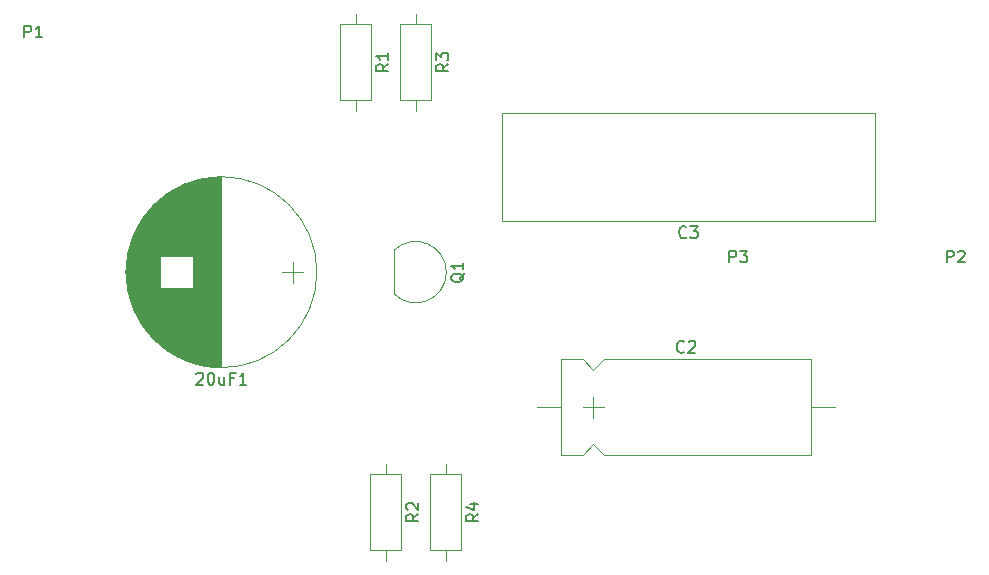
<source format=gbr>
G04 #@! TF.FileFunction,Legend,Top*
%FSLAX46Y46*%
G04 Gerber Fmt 4.6, Leading zero omitted, Abs format (unit mm)*
G04 Created by KiCad (PCBNEW 4.0.5) date 05/18/17 11:13:03*
%MOMM*%
%LPD*%
G01*
G04 APERTURE LIST*
%ADD10C,0.100000*%
%ADD11C,0.120000*%
%ADD12C,0.150000*%
G04 APERTURE END LIST*
D10*
D11*
X160710000Y-104880000D02*
X160710000Y-108480000D01*
X160721522Y-104841522D02*
G75*
G02X165160000Y-106680000I1838478J-1838478D01*
G01*
X160721522Y-108518478D02*
G75*
G03X165160000Y-106680000I1838478J1838478D01*
G01*
X154200000Y-106680000D02*
G75*
G03X154200000Y-106680000I-8090000J0D01*
G01*
X146110000Y-114731000D02*
X146110000Y-98629000D01*
X146070000Y-114730000D02*
X146070000Y-98630000D01*
X146030000Y-114730000D02*
X146030000Y-98630000D01*
X145990000Y-114730000D02*
X145990000Y-98630000D01*
X145950000Y-114729000D02*
X145950000Y-98631000D01*
X145910000Y-114728000D02*
X145910000Y-98632000D01*
X145870000Y-114727000D02*
X145870000Y-98633000D01*
X145830000Y-114726000D02*
X145830000Y-98634000D01*
X145790000Y-114724000D02*
X145790000Y-98636000D01*
X145750000Y-114722000D02*
X145750000Y-98638000D01*
X145710000Y-114721000D02*
X145710000Y-98639000D01*
X145670000Y-114719000D02*
X145670000Y-98641000D01*
X145630000Y-114716000D02*
X145630000Y-98644000D01*
X145590000Y-114714000D02*
X145590000Y-98646000D01*
X145550000Y-114711000D02*
X145550000Y-98649000D01*
X145510000Y-114708000D02*
X145510000Y-98652000D01*
X145470000Y-114705000D02*
X145470000Y-98655000D01*
X145430000Y-114702000D02*
X145430000Y-98658000D01*
X145389000Y-114698000D02*
X145389000Y-98662000D01*
X145349000Y-114695000D02*
X145349000Y-98665000D01*
X145309000Y-114691000D02*
X145309000Y-98669000D01*
X145269000Y-114687000D02*
X145269000Y-98673000D01*
X145229000Y-114682000D02*
X145229000Y-98678000D01*
X145189000Y-114678000D02*
X145189000Y-98682000D01*
X145149000Y-114673000D02*
X145149000Y-98687000D01*
X145109000Y-114668000D02*
X145109000Y-98692000D01*
X145069000Y-114663000D02*
X145069000Y-98697000D01*
X145029000Y-114658000D02*
X145029000Y-98702000D01*
X144989000Y-114653000D02*
X144989000Y-98707000D01*
X144949000Y-114647000D02*
X144949000Y-98713000D01*
X144909000Y-114641000D02*
X144909000Y-98719000D01*
X144869000Y-114635000D02*
X144869000Y-98725000D01*
X144829000Y-114629000D02*
X144829000Y-98731000D01*
X144789000Y-114622000D02*
X144789000Y-98738000D01*
X144749000Y-114615000D02*
X144749000Y-98745000D01*
X144709000Y-114608000D02*
X144709000Y-98752000D01*
X144669000Y-114601000D02*
X144669000Y-98759000D01*
X144629000Y-114594000D02*
X144629000Y-98766000D01*
X144589000Y-114586000D02*
X144589000Y-98774000D01*
X144549000Y-114579000D02*
X144549000Y-98781000D01*
X144509000Y-114571000D02*
X144509000Y-98789000D01*
X144469000Y-114563000D02*
X144469000Y-98797000D01*
X144429000Y-114554000D02*
X144429000Y-98806000D01*
X144389000Y-114546000D02*
X144389000Y-98814000D01*
X144349000Y-114537000D02*
X144349000Y-98823000D01*
X144309000Y-114528000D02*
X144309000Y-98832000D01*
X144269000Y-114518000D02*
X144269000Y-98842000D01*
X144229000Y-114509000D02*
X144229000Y-98851000D01*
X144189000Y-114499000D02*
X144189000Y-98861000D01*
X144149000Y-114489000D02*
X144149000Y-98871000D01*
X144109000Y-114479000D02*
X144109000Y-98881000D01*
X144069000Y-114469000D02*
X144069000Y-98891000D01*
X144029000Y-114459000D02*
X144029000Y-98901000D01*
X143989000Y-114448000D02*
X143989000Y-98912000D01*
X143949000Y-114437000D02*
X143949000Y-98923000D01*
X143909000Y-114426000D02*
X143909000Y-98934000D01*
X143869000Y-114414000D02*
X143869000Y-98946000D01*
X143829000Y-114403000D02*
X143829000Y-98957000D01*
X143789000Y-114391000D02*
X143789000Y-98969000D01*
X143749000Y-114379000D02*
X143749000Y-98981000D01*
X143709000Y-114366000D02*
X143709000Y-108060000D01*
X143709000Y-105300000D02*
X143709000Y-98994000D01*
X143669000Y-114354000D02*
X143669000Y-108060000D01*
X143669000Y-105300000D02*
X143669000Y-99006000D01*
X143629000Y-114341000D02*
X143629000Y-108060000D01*
X143629000Y-105300000D02*
X143629000Y-99019000D01*
X143589000Y-114328000D02*
X143589000Y-108060000D01*
X143589000Y-105300000D02*
X143589000Y-99032000D01*
X143549000Y-114315000D02*
X143549000Y-108060000D01*
X143549000Y-105300000D02*
X143549000Y-99045000D01*
X143509000Y-114301000D02*
X143509000Y-108060000D01*
X143509000Y-105300000D02*
X143509000Y-99059000D01*
X143469000Y-114288000D02*
X143469000Y-108060000D01*
X143469000Y-105300000D02*
X143469000Y-99072000D01*
X143429000Y-114274000D02*
X143429000Y-108060000D01*
X143429000Y-105300000D02*
X143429000Y-99086000D01*
X143389000Y-114260000D02*
X143389000Y-108060000D01*
X143389000Y-105300000D02*
X143389000Y-99100000D01*
X143349000Y-114245000D02*
X143349000Y-108060000D01*
X143349000Y-105300000D02*
X143349000Y-99115000D01*
X143309000Y-114230000D02*
X143309000Y-108060000D01*
X143309000Y-105300000D02*
X143309000Y-99130000D01*
X143269000Y-114216000D02*
X143269000Y-108060000D01*
X143269000Y-105300000D02*
X143269000Y-99144000D01*
X143229000Y-114201000D02*
X143229000Y-108060000D01*
X143229000Y-105300000D02*
X143229000Y-99159000D01*
X143189000Y-114185000D02*
X143189000Y-108060000D01*
X143189000Y-105300000D02*
X143189000Y-99175000D01*
X143149000Y-114170000D02*
X143149000Y-108060000D01*
X143149000Y-105300000D02*
X143149000Y-99190000D01*
X143109000Y-114154000D02*
X143109000Y-108060000D01*
X143109000Y-105300000D02*
X143109000Y-99206000D01*
X143069000Y-114138000D02*
X143069000Y-108060000D01*
X143069000Y-105300000D02*
X143069000Y-99222000D01*
X143029000Y-114121000D02*
X143029000Y-108060000D01*
X143029000Y-105300000D02*
X143029000Y-99239000D01*
X142989000Y-114105000D02*
X142989000Y-108060000D01*
X142989000Y-105300000D02*
X142989000Y-99255000D01*
X142949000Y-114088000D02*
X142949000Y-108060000D01*
X142949000Y-105300000D02*
X142949000Y-99272000D01*
X142909000Y-114071000D02*
X142909000Y-108060000D01*
X142909000Y-105300000D02*
X142909000Y-99289000D01*
X142869000Y-114053000D02*
X142869000Y-108060000D01*
X142869000Y-105300000D02*
X142869000Y-99307000D01*
X142829000Y-114036000D02*
X142829000Y-108060000D01*
X142829000Y-105300000D02*
X142829000Y-99324000D01*
X142789000Y-114018000D02*
X142789000Y-108060000D01*
X142789000Y-105300000D02*
X142789000Y-99342000D01*
X142749000Y-114000000D02*
X142749000Y-108060000D01*
X142749000Y-105300000D02*
X142749000Y-99360000D01*
X142709000Y-113981000D02*
X142709000Y-108060000D01*
X142709000Y-105300000D02*
X142709000Y-99379000D01*
X142669000Y-113963000D02*
X142669000Y-108060000D01*
X142669000Y-105300000D02*
X142669000Y-99397000D01*
X142629000Y-113944000D02*
X142629000Y-108060000D01*
X142629000Y-105300000D02*
X142629000Y-99416000D01*
X142589000Y-113925000D02*
X142589000Y-108060000D01*
X142589000Y-105300000D02*
X142589000Y-99435000D01*
X142549000Y-113905000D02*
X142549000Y-108060000D01*
X142549000Y-105300000D02*
X142549000Y-99455000D01*
X142509000Y-113885000D02*
X142509000Y-108060000D01*
X142509000Y-105300000D02*
X142509000Y-99475000D01*
X142469000Y-113865000D02*
X142469000Y-108060000D01*
X142469000Y-105300000D02*
X142469000Y-99495000D01*
X142429000Y-113845000D02*
X142429000Y-108060000D01*
X142429000Y-105300000D02*
X142429000Y-99515000D01*
X142389000Y-113824000D02*
X142389000Y-108060000D01*
X142389000Y-105300000D02*
X142389000Y-99536000D01*
X142349000Y-113804000D02*
X142349000Y-108060000D01*
X142349000Y-105300000D02*
X142349000Y-99556000D01*
X142309000Y-113782000D02*
X142309000Y-108060000D01*
X142309000Y-105300000D02*
X142309000Y-99578000D01*
X142269000Y-113761000D02*
X142269000Y-108060000D01*
X142269000Y-105300000D02*
X142269000Y-99599000D01*
X142229000Y-113739000D02*
X142229000Y-108060000D01*
X142229000Y-105300000D02*
X142229000Y-99621000D01*
X142189000Y-113717000D02*
X142189000Y-108060000D01*
X142189000Y-105300000D02*
X142189000Y-99643000D01*
X142149000Y-113695000D02*
X142149000Y-108060000D01*
X142149000Y-105300000D02*
X142149000Y-99665000D01*
X142109000Y-113672000D02*
X142109000Y-108060000D01*
X142109000Y-105300000D02*
X142109000Y-99688000D01*
X142069000Y-113650000D02*
X142069000Y-108060000D01*
X142069000Y-105300000D02*
X142069000Y-99710000D01*
X142029000Y-113626000D02*
X142029000Y-108060000D01*
X142029000Y-105300000D02*
X142029000Y-99734000D01*
X141989000Y-113603000D02*
X141989000Y-108060000D01*
X141989000Y-105300000D02*
X141989000Y-99757000D01*
X141949000Y-113579000D02*
X141949000Y-108060000D01*
X141949000Y-105300000D02*
X141949000Y-99781000D01*
X141909000Y-113555000D02*
X141909000Y-108060000D01*
X141909000Y-105300000D02*
X141909000Y-99805000D01*
X141869000Y-113530000D02*
X141869000Y-108060000D01*
X141869000Y-105300000D02*
X141869000Y-99830000D01*
X141829000Y-113506000D02*
X141829000Y-108060000D01*
X141829000Y-105300000D02*
X141829000Y-99854000D01*
X141789000Y-113481000D02*
X141789000Y-108060000D01*
X141789000Y-105300000D02*
X141789000Y-99879000D01*
X141749000Y-113455000D02*
X141749000Y-108060000D01*
X141749000Y-105300000D02*
X141749000Y-99905000D01*
X141709000Y-113429000D02*
X141709000Y-108060000D01*
X141709000Y-105300000D02*
X141709000Y-99931000D01*
X141669000Y-113403000D02*
X141669000Y-108060000D01*
X141669000Y-105300000D02*
X141669000Y-99957000D01*
X141629000Y-113377000D02*
X141629000Y-108060000D01*
X141629000Y-105300000D02*
X141629000Y-99983000D01*
X141589000Y-113350000D02*
X141589000Y-108060000D01*
X141589000Y-105300000D02*
X141589000Y-100010000D01*
X141549000Y-113323000D02*
X141549000Y-108060000D01*
X141549000Y-105300000D02*
X141549000Y-100037000D01*
X141509000Y-113295000D02*
X141509000Y-108060000D01*
X141509000Y-105300000D02*
X141509000Y-100065000D01*
X141469000Y-113268000D02*
X141469000Y-108060000D01*
X141469000Y-105300000D02*
X141469000Y-100092000D01*
X141429000Y-113239000D02*
X141429000Y-108060000D01*
X141429000Y-105300000D02*
X141429000Y-100121000D01*
X141389000Y-113211000D02*
X141389000Y-108060000D01*
X141389000Y-105300000D02*
X141389000Y-100149000D01*
X141349000Y-113182000D02*
X141349000Y-108060000D01*
X141349000Y-105300000D02*
X141349000Y-100178000D01*
X141309000Y-113153000D02*
X141309000Y-108060000D01*
X141309000Y-105300000D02*
X141309000Y-100207000D01*
X141269000Y-113123000D02*
X141269000Y-108060000D01*
X141269000Y-105300000D02*
X141269000Y-100237000D01*
X141229000Y-113093000D02*
X141229000Y-108060000D01*
X141229000Y-105300000D02*
X141229000Y-100267000D01*
X141189000Y-113062000D02*
X141189000Y-108060000D01*
X141189000Y-105300000D02*
X141189000Y-100298000D01*
X141149000Y-113032000D02*
X141149000Y-108060000D01*
X141149000Y-105300000D02*
X141149000Y-100328000D01*
X141109000Y-113000000D02*
X141109000Y-108060000D01*
X141109000Y-105300000D02*
X141109000Y-100360000D01*
X141069000Y-112969000D02*
X141069000Y-108060000D01*
X141069000Y-105300000D02*
X141069000Y-100391000D01*
X141029000Y-112937000D02*
X141029000Y-108060000D01*
X141029000Y-105300000D02*
X141029000Y-100423000D01*
X140989000Y-112904000D02*
X140989000Y-108060000D01*
X140989000Y-105300000D02*
X140989000Y-100456000D01*
X140949000Y-112871000D02*
X140949000Y-100489000D01*
X140909000Y-112838000D02*
X140909000Y-100522000D01*
X140869000Y-112804000D02*
X140869000Y-100556000D01*
X140829000Y-112770000D02*
X140829000Y-100590000D01*
X140789000Y-112735000D02*
X140789000Y-100625000D01*
X140749000Y-112700000D02*
X140749000Y-100660000D01*
X140709000Y-112664000D02*
X140709000Y-100696000D01*
X140669000Y-112628000D02*
X140669000Y-100732000D01*
X140629000Y-112592000D02*
X140629000Y-100768000D01*
X140589000Y-112555000D02*
X140589000Y-100805000D01*
X140549000Y-112517000D02*
X140549000Y-100843000D01*
X140509000Y-112479000D02*
X140509000Y-100881000D01*
X140469000Y-112440000D02*
X140469000Y-100920000D01*
X140429000Y-112401000D02*
X140429000Y-100959000D01*
X140389000Y-112361000D02*
X140389000Y-100999000D01*
X140349000Y-112321000D02*
X140349000Y-101039000D01*
X140309000Y-112280000D02*
X140309000Y-101080000D01*
X140269000Y-112239000D02*
X140269000Y-101121000D01*
X140229000Y-112197000D02*
X140229000Y-101163000D01*
X140189000Y-112154000D02*
X140189000Y-101206000D01*
X140149000Y-112111000D02*
X140149000Y-101249000D01*
X140109000Y-112067000D02*
X140109000Y-101293000D01*
X140069000Y-112023000D02*
X140069000Y-101337000D01*
X140029000Y-111977000D02*
X140029000Y-101383000D01*
X139989000Y-111931000D02*
X139989000Y-101429000D01*
X139949000Y-111885000D02*
X139949000Y-101475000D01*
X139909000Y-111837000D02*
X139909000Y-101523000D01*
X139869000Y-111789000D02*
X139869000Y-101571000D01*
X139829000Y-111740000D02*
X139829000Y-101620000D01*
X139789000Y-111691000D02*
X139789000Y-101669000D01*
X139749000Y-111640000D02*
X139749000Y-101720000D01*
X139709000Y-111589000D02*
X139709000Y-101771000D01*
X139669000Y-111537000D02*
X139669000Y-101823000D01*
X139629000Y-111484000D02*
X139629000Y-101876000D01*
X139589000Y-111430000D02*
X139589000Y-101930000D01*
X139549000Y-111375000D02*
X139549000Y-101985000D01*
X139509000Y-111319000D02*
X139509000Y-102041000D01*
X139469000Y-111262000D02*
X139469000Y-102098000D01*
X139429000Y-111204000D02*
X139429000Y-102156000D01*
X139389000Y-111145000D02*
X139389000Y-102215000D01*
X139349000Y-111085000D02*
X139349000Y-102275000D01*
X139309000Y-111023000D02*
X139309000Y-102337000D01*
X139269000Y-110961000D02*
X139269000Y-102399000D01*
X139229000Y-110897000D02*
X139229000Y-102463000D01*
X139189000Y-110831000D02*
X139189000Y-102529000D01*
X139149000Y-110764000D02*
X139149000Y-102596000D01*
X139109000Y-110696000D02*
X139109000Y-102664000D01*
X139069000Y-110626000D02*
X139069000Y-102734000D01*
X139029000Y-110555000D02*
X139029000Y-102805000D01*
X138989000Y-110482000D02*
X138989000Y-102878000D01*
X138949000Y-110406000D02*
X138949000Y-102954000D01*
X138909000Y-110329000D02*
X138909000Y-103031000D01*
X138869000Y-110250000D02*
X138869000Y-103110000D01*
X138829000Y-110169000D02*
X138829000Y-103191000D01*
X138789000Y-110085000D02*
X138789000Y-103275000D01*
X138749000Y-109999000D02*
X138749000Y-103361000D01*
X138709000Y-109910000D02*
X138709000Y-103450000D01*
X138669000Y-109818000D02*
X138669000Y-103542000D01*
X138629000Y-109722000D02*
X138629000Y-103638000D01*
X138589000Y-109623000D02*
X138589000Y-103737000D01*
X138549000Y-109521000D02*
X138549000Y-103839000D01*
X138509000Y-109413000D02*
X138509000Y-103947000D01*
X138469000Y-109301000D02*
X138469000Y-104059000D01*
X138429000Y-109183000D02*
X138429000Y-104177000D01*
X138389000Y-109059000D02*
X138389000Y-104301000D01*
X138349000Y-108928000D02*
X138349000Y-104432000D01*
X138309000Y-108787000D02*
X138309000Y-104573000D01*
X138269000Y-108636000D02*
X138269000Y-104724000D01*
X138229000Y-108472000D02*
X138229000Y-104888000D01*
X138189000Y-108290000D02*
X138189000Y-105070000D01*
X138149000Y-108085000D02*
X138149000Y-105275000D01*
X138109000Y-107844000D02*
X138109000Y-105516000D01*
X138069000Y-107539000D02*
X138069000Y-105821000D01*
X138029000Y-107043000D02*
X138029000Y-106317000D01*
X153060000Y-106680000D02*
X151260000Y-106680000D01*
X152160000Y-107580000D02*
X152160000Y-105780000D01*
X176700000Y-118110000D02*
X178500000Y-118110000D01*
X177600000Y-117210000D02*
X177600000Y-119010000D01*
X174890000Y-114050000D02*
X174890000Y-122170000D01*
X196010000Y-114050000D02*
X196010000Y-122170000D01*
X174890000Y-114050000D02*
X176690000Y-114050000D01*
X176690000Y-114050000D02*
X177590000Y-114950000D01*
X177590000Y-114950000D02*
X178490000Y-114050000D01*
X178490000Y-114050000D02*
X196010000Y-114050000D01*
X174890000Y-122170000D02*
X176690000Y-122170000D01*
X176690000Y-122170000D02*
X177590000Y-121270000D01*
X177590000Y-121270000D02*
X178490000Y-122170000D01*
X178490000Y-122170000D02*
X196010000Y-122170000D01*
X172830000Y-118110000D02*
X174890000Y-118110000D01*
X198070000Y-118110000D02*
X196010000Y-118110000D01*
X201450000Y-102350000D02*
X169830000Y-102350000D01*
X201450000Y-93230000D02*
X169830000Y-93230000D01*
X201450000Y-102350000D02*
X201450000Y-93230000D01*
X169830000Y-102350000D02*
X169830000Y-93230000D01*
X158790000Y-85690000D02*
X156170000Y-85690000D01*
X156170000Y-85690000D02*
X156170000Y-92110000D01*
X156170000Y-92110000D02*
X158790000Y-92110000D01*
X158790000Y-92110000D02*
X158790000Y-85690000D01*
X157480000Y-84800000D02*
X157480000Y-85690000D01*
X157480000Y-93000000D02*
X157480000Y-92110000D01*
X161330000Y-123790000D02*
X158710000Y-123790000D01*
X158710000Y-123790000D02*
X158710000Y-130210000D01*
X158710000Y-130210000D02*
X161330000Y-130210000D01*
X161330000Y-130210000D02*
X161330000Y-123790000D01*
X160020000Y-122900000D02*
X160020000Y-123790000D01*
X160020000Y-131100000D02*
X160020000Y-130210000D01*
X163870000Y-85690000D02*
X161250000Y-85690000D01*
X161250000Y-85690000D02*
X161250000Y-92110000D01*
X161250000Y-92110000D02*
X163870000Y-92110000D01*
X163870000Y-92110000D02*
X163870000Y-85690000D01*
X162560000Y-84800000D02*
X162560000Y-85690000D01*
X162560000Y-93000000D02*
X162560000Y-92110000D01*
X166410000Y-123790000D02*
X163790000Y-123790000D01*
X163790000Y-123790000D02*
X163790000Y-130210000D01*
X163790000Y-130210000D02*
X166410000Y-130210000D01*
X166410000Y-130210000D02*
X166410000Y-123790000D01*
X165100000Y-122900000D02*
X165100000Y-123790000D01*
X165100000Y-131100000D02*
X165100000Y-130210000D01*
D12*
X166667619Y-106775238D02*
X166620000Y-106870476D01*
X166524762Y-106965714D01*
X166381905Y-107108571D01*
X166334286Y-107203810D01*
X166334286Y-107299048D01*
X166572381Y-107251429D02*
X166524762Y-107346667D01*
X166429524Y-107441905D01*
X166239048Y-107489524D01*
X165905714Y-107489524D01*
X165715238Y-107441905D01*
X165620000Y-107346667D01*
X165572381Y-107251429D01*
X165572381Y-107060952D01*
X165620000Y-106965714D01*
X165715238Y-106870476D01*
X165905714Y-106822857D01*
X166239048Y-106822857D01*
X166429524Y-106870476D01*
X166524762Y-106965714D01*
X166572381Y-107060952D01*
X166572381Y-107251429D01*
X166572381Y-105870476D02*
X166572381Y-106441905D01*
X166572381Y-106156191D02*
X165572381Y-106156191D01*
X165715238Y-106251429D01*
X165810476Y-106346667D01*
X165858095Y-106441905D01*
X143990952Y-115287619D02*
X144038571Y-115240000D01*
X144133809Y-115192381D01*
X144371905Y-115192381D01*
X144467143Y-115240000D01*
X144514762Y-115287619D01*
X144562381Y-115382857D01*
X144562381Y-115478095D01*
X144514762Y-115620952D01*
X143943333Y-116192381D01*
X144562381Y-116192381D01*
X145181428Y-115192381D02*
X145276667Y-115192381D01*
X145371905Y-115240000D01*
X145419524Y-115287619D01*
X145467143Y-115382857D01*
X145514762Y-115573333D01*
X145514762Y-115811429D01*
X145467143Y-116001905D01*
X145419524Y-116097143D01*
X145371905Y-116144762D01*
X145276667Y-116192381D01*
X145181428Y-116192381D01*
X145086190Y-116144762D01*
X145038571Y-116097143D01*
X144990952Y-116001905D01*
X144943333Y-115811429D01*
X144943333Y-115573333D01*
X144990952Y-115382857D01*
X145038571Y-115287619D01*
X145086190Y-115240000D01*
X145181428Y-115192381D01*
X146371905Y-115525714D02*
X146371905Y-116192381D01*
X145943333Y-115525714D02*
X145943333Y-116049524D01*
X145990952Y-116144762D01*
X146086190Y-116192381D01*
X146229048Y-116192381D01*
X146324286Y-116144762D01*
X146371905Y-116097143D01*
X147181429Y-115668571D02*
X146848095Y-115668571D01*
X146848095Y-116192381D02*
X146848095Y-115192381D01*
X147324286Y-115192381D01*
X148229048Y-116192381D02*
X147657619Y-116192381D01*
X147943333Y-116192381D02*
X147943333Y-115192381D01*
X147848095Y-115335238D01*
X147752857Y-115430476D01*
X147657619Y-115478095D01*
X185283334Y-113407143D02*
X185235715Y-113454762D01*
X185092858Y-113502381D01*
X184997620Y-113502381D01*
X184854762Y-113454762D01*
X184759524Y-113359524D01*
X184711905Y-113264286D01*
X184664286Y-113073810D01*
X184664286Y-112930952D01*
X184711905Y-112740476D01*
X184759524Y-112645238D01*
X184854762Y-112550000D01*
X184997620Y-112502381D01*
X185092858Y-112502381D01*
X185235715Y-112550000D01*
X185283334Y-112597619D01*
X185664286Y-112597619D02*
X185711905Y-112550000D01*
X185807143Y-112502381D01*
X186045239Y-112502381D01*
X186140477Y-112550000D01*
X186188096Y-112597619D01*
X186235715Y-112692857D01*
X186235715Y-112788095D01*
X186188096Y-112930952D01*
X185616667Y-113502381D01*
X186235715Y-113502381D01*
X185473334Y-103707143D02*
X185425715Y-103754762D01*
X185282858Y-103802381D01*
X185187620Y-103802381D01*
X185044762Y-103754762D01*
X184949524Y-103659524D01*
X184901905Y-103564286D01*
X184854286Y-103373810D01*
X184854286Y-103230952D01*
X184901905Y-103040476D01*
X184949524Y-102945238D01*
X185044762Y-102850000D01*
X185187620Y-102802381D01*
X185282858Y-102802381D01*
X185425715Y-102850000D01*
X185473334Y-102897619D01*
X185806667Y-102802381D02*
X186425715Y-102802381D01*
X186092381Y-103183333D01*
X186235239Y-103183333D01*
X186330477Y-103230952D01*
X186378096Y-103278571D01*
X186425715Y-103373810D01*
X186425715Y-103611905D01*
X186378096Y-103707143D01*
X186330477Y-103754762D01*
X186235239Y-103802381D01*
X185949524Y-103802381D01*
X185854286Y-103754762D01*
X185806667Y-103707143D01*
X160242381Y-89066666D02*
X159766190Y-89400000D01*
X160242381Y-89638095D02*
X159242381Y-89638095D01*
X159242381Y-89257142D01*
X159290000Y-89161904D01*
X159337619Y-89114285D01*
X159432857Y-89066666D01*
X159575714Y-89066666D01*
X159670952Y-89114285D01*
X159718571Y-89161904D01*
X159766190Y-89257142D01*
X159766190Y-89638095D01*
X160242381Y-88114285D02*
X160242381Y-88685714D01*
X160242381Y-88400000D02*
X159242381Y-88400000D01*
X159385238Y-88495238D01*
X159480476Y-88590476D01*
X159528095Y-88685714D01*
X162782381Y-127166666D02*
X162306190Y-127500000D01*
X162782381Y-127738095D02*
X161782381Y-127738095D01*
X161782381Y-127357142D01*
X161830000Y-127261904D01*
X161877619Y-127214285D01*
X161972857Y-127166666D01*
X162115714Y-127166666D01*
X162210952Y-127214285D01*
X162258571Y-127261904D01*
X162306190Y-127357142D01*
X162306190Y-127738095D01*
X161877619Y-126785714D02*
X161830000Y-126738095D01*
X161782381Y-126642857D01*
X161782381Y-126404761D01*
X161830000Y-126309523D01*
X161877619Y-126261904D01*
X161972857Y-126214285D01*
X162068095Y-126214285D01*
X162210952Y-126261904D01*
X162782381Y-126833333D01*
X162782381Y-126214285D01*
X165322381Y-89066666D02*
X164846190Y-89400000D01*
X165322381Y-89638095D02*
X164322381Y-89638095D01*
X164322381Y-89257142D01*
X164370000Y-89161904D01*
X164417619Y-89114285D01*
X164512857Y-89066666D01*
X164655714Y-89066666D01*
X164750952Y-89114285D01*
X164798571Y-89161904D01*
X164846190Y-89257142D01*
X164846190Y-89638095D01*
X164322381Y-88733333D02*
X164322381Y-88114285D01*
X164703333Y-88447619D01*
X164703333Y-88304761D01*
X164750952Y-88209523D01*
X164798571Y-88161904D01*
X164893810Y-88114285D01*
X165131905Y-88114285D01*
X165227143Y-88161904D01*
X165274762Y-88209523D01*
X165322381Y-88304761D01*
X165322381Y-88590476D01*
X165274762Y-88685714D01*
X165227143Y-88733333D01*
X167862381Y-127166666D02*
X167386190Y-127500000D01*
X167862381Y-127738095D02*
X166862381Y-127738095D01*
X166862381Y-127357142D01*
X166910000Y-127261904D01*
X166957619Y-127214285D01*
X167052857Y-127166666D01*
X167195714Y-127166666D01*
X167290952Y-127214285D01*
X167338571Y-127261904D01*
X167386190Y-127357142D01*
X167386190Y-127738095D01*
X167195714Y-126309523D02*
X167862381Y-126309523D01*
X166814762Y-126547619D02*
X167529048Y-126785714D01*
X167529048Y-126166666D01*
X129436905Y-86812381D02*
X129436905Y-85812381D01*
X129817858Y-85812381D01*
X129913096Y-85860000D01*
X129960715Y-85907619D01*
X130008334Y-86002857D01*
X130008334Y-86145714D01*
X129960715Y-86240952D01*
X129913096Y-86288571D01*
X129817858Y-86336190D01*
X129436905Y-86336190D01*
X130960715Y-86812381D02*
X130389286Y-86812381D01*
X130675000Y-86812381D02*
X130675000Y-85812381D01*
X130579762Y-85955238D01*
X130484524Y-86050476D01*
X130389286Y-86098095D01*
X207541905Y-105862381D02*
X207541905Y-104862381D01*
X207922858Y-104862381D01*
X208018096Y-104910000D01*
X208065715Y-104957619D01*
X208113334Y-105052857D01*
X208113334Y-105195714D01*
X208065715Y-105290952D01*
X208018096Y-105338571D01*
X207922858Y-105386190D01*
X207541905Y-105386190D01*
X208494286Y-104957619D02*
X208541905Y-104910000D01*
X208637143Y-104862381D01*
X208875239Y-104862381D01*
X208970477Y-104910000D01*
X209018096Y-104957619D01*
X209065715Y-105052857D01*
X209065715Y-105148095D01*
X209018096Y-105290952D01*
X208446667Y-105862381D01*
X209065715Y-105862381D01*
X189126905Y-105862381D02*
X189126905Y-104862381D01*
X189507858Y-104862381D01*
X189603096Y-104910000D01*
X189650715Y-104957619D01*
X189698334Y-105052857D01*
X189698334Y-105195714D01*
X189650715Y-105290952D01*
X189603096Y-105338571D01*
X189507858Y-105386190D01*
X189126905Y-105386190D01*
X190031667Y-104862381D02*
X190650715Y-104862381D01*
X190317381Y-105243333D01*
X190460239Y-105243333D01*
X190555477Y-105290952D01*
X190603096Y-105338571D01*
X190650715Y-105433810D01*
X190650715Y-105671905D01*
X190603096Y-105767143D01*
X190555477Y-105814762D01*
X190460239Y-105862381D01*
X190174524Y-105862381D01*
X190079286Y-105814762D01*
X190031667Y-105767143D01*
M02*

</source>
